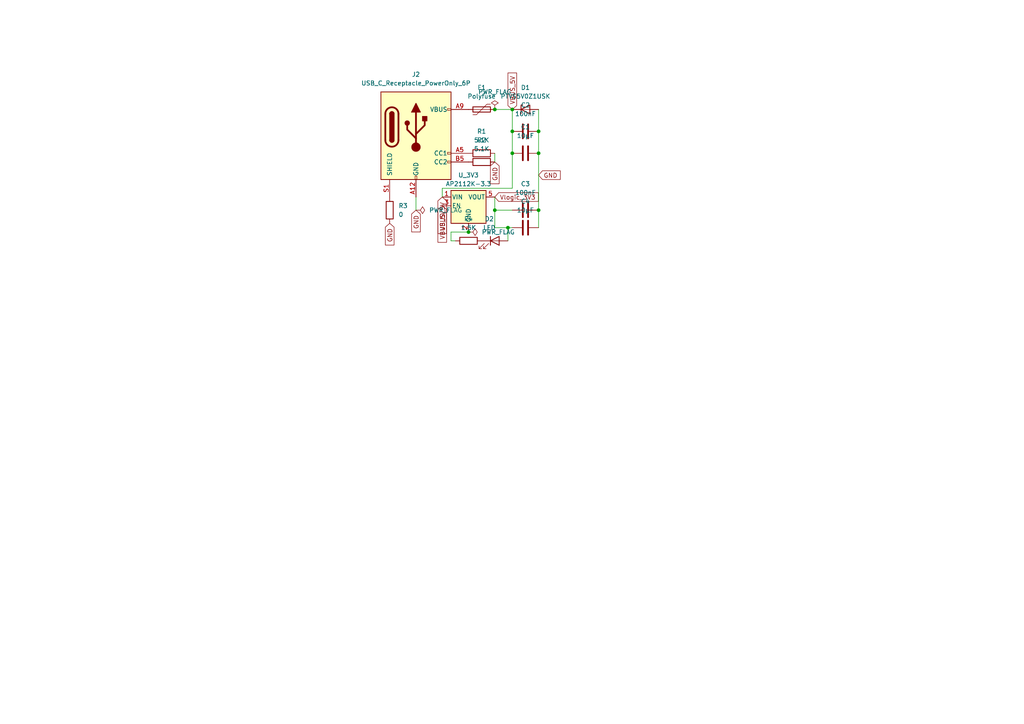
<source format=kicad_sch>
(kicad_sch
	(version 20250114)
	(generator "eeschema")
	(generator_version "9.0")
	(uuid "55b9c56d-e004-4340-bded-2861f829e8ff")
	(paper "A4")
	(lib_symbols
		(symbol "Connector:USB_C_Receptacle_PowerOnly_6P"
			(pin_names
				(offset 1.016)
			)
			(exclude_from_sim no)
			(in_bom yes)
			(on_board yes)
			(property "Reference" "J"
				(at 0 16.51 0)
				(effects
					(font
						(size 1.27 1.27)
					)
					(justify bottom)
				)
			)
			(property "Value" "USB_C_Receptacle_PowerOnly_6P"
				(at 0 13.97 0)
				(effects
					(font
						(size 1.27 1.27)
					)
					(justify bottom)
				)
			)
			(property "Footprint" ""
				(at 3.81 2.54 0)
				(effects
					(font
						(size 1.27 1.27)
					)
					(hide yes)
				)
			)
			(property "Datasheet" "https://www.usb.org/sites/default/files/documents/usb_type-c.zip"
				(at 0 0 0)
				(effects
					(font
						(size 1.27 1.27)
					)
					(hide yes)
				)
			)
			(property "Description" "USB Power-Only 6P Type-C Receptacle connector"
				(at 0 0 0)
				(effects
					(font
						(size 1.27 1.27)
					)
					(hide yes)
				)
			)
			(property "ki_keywords" "usb universal serial bus type-C power-only charging-only 6P 6C"
				(at 0 0 0)
				(effects
					(font
						(size 1.27 1.27)
					)
					(hide yes)
				)
			)
			(property "ki_fp_filters" "USB*C*Receptacle*"
				(at 0 0 0)
				(effects
					(font
						(size 1.27 1.27)
					)
					(hide yes)
				)
			)
			(symbol "USB_C_Receptacle_PowerOnly_6P_0_0"
				(rectangle
					(start -0.254 -12.7)
					(end 0.254 -11.684)
					(stroke
						(width 0)
						(type default)
					)
					(fill
						(type none)
					)
				)
				(rectangle
					(start 10.16 7.874)
					(end 9.144 7.366)
					(stroke
						(width 0)
						(type default)
					)
					(fill
						(type none)
					)
				)
				(rectangle
					(start 10.16 -4.826)
					(end 9.144 -5.334)
					(stroke
						(width 0)
						(type default)
					)
					(fill
						(type none)
					)
				)
				(rectangle
					(start 10.16 -7.366)
					(end 9.144 -7.874)
					(stroke
						(width 0)
						(type default)
					)
					(fill
						(type none)
					)
				)
			)
			(symbol "USB_C_Receptacle_PowerOnly_6P_0_1"
				(rectangle
					(start -10.16 12.7)
					(end 10.16 -12.7)
					(stroke
						(width 0.254)
						(type default)
					)
					(fill
						(type background)
					)
				)
				(polyline
					(pts
						(xy -8.89 -1.27) (xy -8.89 6.35)
					)
					(stroke
						(width 0.508)
						(type default)
					)
					(fill
						(type none)
					)
				)
				(rectangle
					(start -7.62 -1.27)
					(end -6.35 6.35)
					(stroke
						(width 0.254)
						(type default)
					)
					(fill
						(type outline)
					)
				)
				(arc
					(start -7.62 6.35)
					(mid -6.985 6.9823)
					(end -6.35 6.35)
					(stroke
						(width 0.254)
						(type default)
					)
					(fill
						(type none)
					)
				)
				(arc
					(start -7.62 6.35)
					(mid -6.985 6.9823)
					(end -6.35 6.35)
					(stroke
						(width 0.254)
						(type default)
					)
					(fill
						(type outline)
					)
				)
				(arc
					(start -8.89 6.35)
					(mid -6.985 8.2467)
					(end -5.08 6.35)
					(stroke
						(width 0.508)
						(type default)
					)
					(fill
						(type none)
					)
				)
				(arc
					(start -5.08 -1.27)
					(mid -6.985 -3.1667)
					(end -8.89 -1.27)
					(stroke
						(width 0.508)
						(type default)
					)
					(fill
						(type none)
					)
				)
				(arc
					(start -6.35 -1.27)
					(mid -6.985 -1.9023)
					(end -7.62 -1.27)
					(stroke
						(width 0.254)
						(type default)
					)
					(fill
						(type none)
					)
				)
				(arc
					(start -6.35 -1.27)
					(mid -6.985 -1.9023)
					(end -7.62 -1.27)
					(stroke
						(width 0.254)
						(type default)
					)
					(fill
						(type outline)
					)
				)
				(polyline
					(pts
						(xy -5.08 6.35) (xy -5.08 -1.27)
					)
					(stroke
						(width 0.508)
						(type default)
					)
					(fill
						(type none)
					)
				)
				(circle
					(center -2.54 3.683)
					(radius 0.635)
					(stroke
						(width 0.254)
						(type default)
					)
					(fill
						(type outline)
					)
				)
				(polyline
					(pts
						(xy -1.27 6.858) (xy 0 9.398) (xy 1.27 6.858) (xy -1.27 6.858)
					)
					(stroke
						(width 0.254)
						(type default)
					)
					(fill
						(type outline)
					)
				)
				(polyline
					(pts
						(xy 0 0.508) (xy 2.54 3.048) (xy 2.54 4.318)
					)
					(stroke
						(width 0.508)
						(type default)
					)
					(fill
						(type none)
					)
				)
				(polyline
					(pts
						(xy 0 -0.762) (xy -2.54 1.778) (xy -2.54 3.048)
					)
					(stroke
						(width 0.508)
						(type default)
					)
					(fill
						(type none)
					)
				)
				(polyline
					(pts
						(xy 0 -3.302) (xy 0 6.858)
					)
					(stroke
						(width 0.508)
						(type default)
					)
					(fill
						(type none)
					)
				)
				(circle
					(center 0 -3.302)
					(radius 1.27)
					(stroke
						(width 0)
						(type default)
					)
					(fill
						(type outline)
					)
				)
				(rectangle
					(start 1.905 4.318)
					(end 3.175 5.588)
					(stroke
						(width 0.254)
						(type default)
					)
					(fill
						(type outline)
					)
				)
			)
			(symbol "USB_C_Receptacle_PowerOnly_6P_1_1"
				(pin passive line
					(at -7.62 -17.78 90)
					(length 5.08)
					(name "SHIELD"
						(effects
							(font
								(size 1.27 1.27)
							)
						)
					)
					(number "S1"
						(effects
							(font
								(size 1.27 1.27)
							)
						)
					)
				)
				(pin passive line
					(at 0 -17.78 90)
					(length 5.08)
					(name "GND"
						(effects
							(font
								(size 1.27 1.27)
							)
						)
					)
					(number "A12"
						(effects
							(font
								(size 1.27 1.27)
							)
						)
					)
				)
				(pin passive line
					(at 0 -17.78 90)
					(length 5.08)
					(hide yes)
					(name "GND"
						(effects
							(font
								(size 1.27 1.27)
							)
						)
					)
					(number "B12"
						(effects
							(font
								(size 1.27 1.27)
							)
						)
					)
				)
				(pin passive line
					(at 15.24 7.62 180)
					(length 5.08)
					(name "VBUS"
						(effects
							(font
								(size 1.27 1.27)
							)
						)
					)
					(number "A9"
						(effects
							(font
								(size 1.27 1.27)
							)
						)
					)
				)
				(pin passive line
					(at 15.24 7.62 180)
					(length 5.08)
					(hide yes)
					(name "VBUS"
						(effects
							(font
								(size 1.27 1.27)
							)
						)
					)
					(number "B9"
						(effects
							(font
								(size 1.27 1.27)
							)
						)
					)
				)
				(pin bidirectional line
					(at 15.24 -5.08 180)
					(length 5.08)
					(name "CC1"
						(effects
							(font
								(size 1.27 1.27)
							)
						)
					)
					(number "A5"
						(effects
							(font
								(size 1.27 1.27)
							)
						)
					)
				)
				(pin bidirectional line
					(at 15.24 -7.62 180)
					(length 5.08)
					(name "CC2"
						(effects
							(font
								(size 1.27 1.27)
							)
						)
					)
					(number "B5"
						(effects
							(font
								(size 1.27 1.27)
							)
						)
					)
				)
			)
			(embedded_fonts no)
		)
		(symbol "Device:C"
			(pin_numbers
				(hide yes)
			)
			(pin_names
				(offset 0.254)
			)
			(exclude_from_sim no)
			(in_bom yes)
			(on_board yes)
			(property "Reference" "C"
				(at 0.635 2.54 0)
				(effects
					(font
						(size 1.27 1.27)
					)
					(justify left)
				)
			)
			(property "Value" "C"
				(at 0.635 -2.54 0)
				(effects
					(font
						(size 1.27 1.27)
					)
					(justify left)
				)
			)
			(property "Footprint" ""
				(at 0.9652 -3.81 0)
				(effects
					(font
						(size 1.27 1.27)
					)
					(hide yes)
				)
			)
			(property "Datasheet" "~"
				(at 0 0 0)
				(effects
					(font
						(size 1.27 1.27)
					)
					(hide yes)
				)
			)
			(property "Description" "Unpolarized capacitor"
				(at 0 0 0)
				(effects
					(font
						(size 1.27 1.27)
					)
					(hide yes)
				)
			)
			(property "ki_keywords" "cap capacitor"
				(at 0 0 0)
				(effects
					(font
						(size 1.27 1.27)
					)
					(hide yes)
				)
			)
			(property "ki_fp_filters" "C_*"
				(at 0 0 0)
				(effects
					(font
						(size 1.27 1.27)
					)
					(hide yes)
				)
			)
			(symbol "C_0_1"
				(polyline
					(pts
						(xy -2.032 0.762) (xy 2.032 0.762)
					)
					(stroke
						(width 0.508)
						(type default)
					)
					(fill
						(type none)
					)
				)
				(polyline
					(pts
						(xy -2.032 -0.762) (xy 2.032 -0.762)
					)
					(stroke
						(width 0.508)
						(type default)
					)
					(fill
						(type none)
					)
				)
			)
			(symbol "C_1_1"
				(pin passive line
					(at 0 3.81 270)
					(length 2.794)
					(name "~"
						(effects
							(font
								(size 1.27 1.27)
							)
						)
					)
					(number "1"
						(effects
							(font
								(size 1.27 1.27)
							)
						)
					)
				)
				(pin passive line
					(at 0 -3.81 90)
					(length 2.794)
					(name "~"
						(effects
							(font
								(size 1.27 1.27)
							)
						)
					)
					(number "2"
						(effects
							(font
								(size 1.27 1.27)
							)
						)
					)
				)
			)
			(embedded_fonts no)
		)
		(symbol "Device:LED"
			(pin_numbers
				(hide yes)
			)
			(pin_names
				(offset 1.016)
				(hide yes)
			)
			(exclude_from_sim no)
			(in_bom yes)
			(on_board yes)
			(property "Reference" "D"
				(at 0 2.54 0)
				(effects
					(font
						(size 1.27 1.27)
					)
				)
			)
			(property "Value" "LED"
				(at 0 -2.54 0)
				(effects
					(font
						(size 1.27 1.27)
					)
				)
			)
			(property "Footprint" ""
				(at 0 0 0)
				(effects
					(font
						(size 1.27 1.27)
					)
					(hide yes)
				)
			)
			(property "Datasheet" "~"
				(at 0 0 0)
				(effects
					(font
						(size 1.27 1.27)
					)
					(hide yes)
				)
			)
			(property "Description" "Light emitting diode"
				(at 0 0 0)
				(effects
					(font
						(size 1.27 1.27)
					)
					(hide yes)
				)
			)
			(property "Sim.Pins" "1=K 2=A"
				(at 0 0 0)
				(effects
					(font
						(size 1.27 1.27)
					)
					(hide yes)
				)
			)
			(property "ki_keywords" "LED diode"
				(at 0 0 0)
				(effects
					(font
						(size 1.27 1.27)
					)
					(hide yes)
				)
			)
			(property "ki_fp_filters" "LED* LED_SMD:* LED_THT:*"
				(at 0 0 0)
				(effects
					(font
						(size 1.27 1.27)
					)
					(hide yes)
				)
			)
			(symbol "LED_0_1"
				(polyline
					(pts
						(xy -3.048 -0.762) (xy -4.572 -2.286) (xy -3.81 -2.286) (xy -4.572 -2.286) (xy -4.572 -1.524)
					)
					(stroke
						(width 0)
						(type default)
					)
					(fill
						(type none)
					)
				)
				(polyline
					(pts
						(xy -1.778 -0.762) (xy -3.302 -2.286) (xy -2.54 -2.286) (xy -3.302 -2.286) (xy -3.302 -1.524)
					)
					(stroke
						(width 0)
						(type default)
					)
					(fill
						(type none)
					)
				)
				(polyline
					(pts
						(xy -1.27 0) (xy 1.27 0)
					)
					(stroke
						(width 0)
						(type default)
					)
					(fill
						(type none)
					)
				)
				(polyline
					(pts
						(xy -1.27 -1.27) (xy -1.27 1.27)
					)
					(stroke
						(width 0.254)
						(type default)
					)
					(fill
						(type none)
					)
				)
				(polyline
					(pts
						(xy 1.27 -1.27) (xy 1.27 1.27) (xy -1.27 0) (xy 1.27 -1.27)
					)
					(stroke
						(width 0.254)
						(type default)
					)
					(fill
						(type none)
					)
				)
			)
			(symbol "LED_1_1"
				(pin passive line
					(at -3.81 0 0)
					(length 2.54)
					(name "K"
						(effects
							(font
								(size 1.27 1.27)
							)
						)
					)
					(number "1"
						(effects
							(font
								(size 1.27 1.27)
							)
						)
					)
				)
				(pin passive line
					(at 3.81 0 180)
					(length 2.54)
					(name "A"
						(effects
							(font
								(size 1.27 1.27)
							)
						)
					)
					(number "2"
						(effects
							(font
								(size 1.27 1.27)
							)
						)
					)
				)
			)
			(embedded_fonts no)
		)
		(symbol "Device:Polyfuse"
			(pin_numbers
				(hide yes)
			)
			(pin_names
				(offset 0)
			)
			(exclude_from_sim no)
			(in_bom yes)
			(on_board yes)
			(property "Reference" "F"
				(at -2.54 0 90)
				(effects
					(font
						(size 1.27 1.27)
					)
				)
			)
			(property "Value" "Polyfuse"
				(at 2.54 0 90)
				(effects
					(font
						(size 1.27 1.27)
					)
				)
			)
			(property "Footprint" ""
				(at 1.27 -5.08 0)
				(effects
					(font
						(size 1.27 1.27)
					)
					(justify left)
					(hide yes)
				)
			)
			(property "Datasheet" "~"
				(at 0 0 0)
				(effects
					(font
						(size 1.27 1.27)
					)
					(hide yes)
				)
			)
			(property "Description" "Resettable fuse, polymeric positive temperature coefficient"
				(at 0 0 0)
				(effects
					(font
						(size 1.27 1.27)
					)
					(hide yes)
				)
			)
			(property "ki_keywords" "resettable fuse PTC PPTC polyfuse polyswitch"
				(at 0 0 0)
				(effects
					(font
						(size 1.27 1.27)
					)
					(hide yes)
				)
			)
			(property "ki_fp_filters" "*polyfuse* *PTC*"
				(at 0 0 0)
				(effects
					(font
						(size 1.27 1.27)
					)
					(hide yes)
				)
			)
			(symbol "Polyfuse_0_1"
				(polyline
					(pts
						(xy -1.524 2.54) (xy -1.524 1.524) (xy 1.524 -1.524) (xy 1.524 -2.54)
					)
					(stroke
						(width 0)
						(type default)
					)
					(fill
						(type none)
					)
				)
				(rectangle
					(start -0.762 2.54)
					(end 0.762 -2.54)
					(stroke
						(width 0.254)
						(type default)
					)
					(fill
						(type none)
					)
				)
				(polyline
					(pts
						(xy 0 2.54) (xy 0 -2.54)
					)
					(stroke
						(width 0)
						(type default)
					)
					(fill
						(type none)
					)
				)
			)
			(symbol "Polyfuse_1_1"
				(pin passive line
					(at 0 3.81 270)
					(length 1.27)
					(name "~"
						(effects
							(font
								(size 1.27 1.27)
							)
						)
					)
					(number "1"
						(effects
							(font
								(size 1.27 1.27)
							)
						)
					)
				)
				(pin passive line
					(at 0 -3.81 90)
					(length 1.27)
					(name "~"
						(effects
							(font
								(size 1.27 1.27)
							)
						)
					)
					(number "2"
						(effects
							(font
								(size 1.27 1.27)
							)
						)
					)
				)
			)
			(embedded_fonts no)
		)
		(symbol "Device:R"
			(pin_numbers
				(hide yes)
			)
			(pin_names
				(offset 0)
			)
			(exclude_from_sim no)
			(in_bom yes)
			(on_board yes)
			(property "Reference" "R"
				(at 2.032 0 90)
				(effects
					(font
						(size 1.27 1.27)
					)
				)
			)
			(property "Value" "R"
				(at 0 0 90)
				(effects
					(font
						(size 1.27 1.27)
					)
				)
			)
			(property "Footprint" ""
				(at -1.778 0 90)
				(effects
					(font
						(size 1.27 1.27)
					)
					(hide yes)
				)
			)
			(property "Datasheet" "~"
				(at 0 0 0)
				(effects
					(font
						(size 1.27 1.27)
					)
					(hide yes)
				)
			)
			(property "Description" "Resistor"
				(at 0 0 0)
				(effects
					(font
						(size 1.27 1.27)
					)
					(hide yes)
				)
			)
			(property "ki_keywords" "R res resistor"
				(at 0 0 0)
				(effects
					(font
						(size 1.27 1.27)
					)
					(hide yes)
				)
			)
			(property "ki_fp_filters" "R_*"
				(at 0 0 0)
				(effects
					(font
						(size 1.27 1.27)
					)
					(hide yes)
				)
			)
			(symbol "R_0_1"
				(rectangle
					(start -1.016 -2.54)
					(end 1.016 2.54)
					(stroke
						(width 0.254)
						(type default)
					)
					(fill
						(type none)
					)
				)
			)
			(symbol "R_1_1"
				(pin passive line
					(at 0 3.81 270)
					(length 1.27)
					(name "~"
						(effects
							(font
								(size 1.27 1.27)
							)
						)
					)
					(number "1"
						(effects
							(font
								(size 1.27 1.27)
							)
						)
					)
				)
				(pin passive line
					(at 0 -3.81 90)
					(length 1.27)
					(name "~"
						(effects
							(font
								(size 1.27 1.27)
							)
						)
					)
					(number "2"
						(effects
							(font
								(size 1.27 1.27)
							)
						)
					)
				)
			)
			(embedded_fonts no)
		)
		(symbol "Diode:PTVS5V0Z1USK"
			(pin_numbers
				(hide yes)
			)
			(pin_names
				(hide yes)
			)
			(exclude_from_sim no)
			(in_bom yes)
			(on_board yes)
			(property "Reference" "D"
				(at 0 2.54 0)
				(effects
					(font
						(size 1.27 1.27)
					)
				)
			)
			(property "Value" "PTVS5V0Z1USK"
				(at 0 -2.54 0)
				(effects
					(font
						(size 1.27 1.27)
					)
				)
			)
			(property "Footprint" "Diode_SMD:Nexperia_DSN1608-2_1.6x0.8mm"
				(at 0 -4.445 0)
				(effects
					(font
						(size 1.27 1.27)
					)
					(hide yes)
				)
			)
			(property "Datasheet" "https://assets.nexperia.com/documents/data-sheet/PTVS5V0Z1USK.pdf"
				(at 0 0 0)
				(effects
					(font
						(size 1.27 1.27)
					)
					(hide yes)
				)
			)
			(property "Description" "5V, 1200W TVS unidirectional diode, DSN1608-2"
				(at 0 0 0)
				(effects
					(font
						(size 1.27 1.27)
					)
					(hide yes)
				)
			)
			(property "ki_keywords" "TVS diode"
				(at 0 0 0)
				(effects
					(font
						(size 1.27 1.27)
					)
					(hide yes)
				)
			)
			(property "ki_fp_filters" "*DSN1608?2*"
				(at 0 0 0)
				(effects
					(font
						(size 1.27 1.27)
					)
					(hide yes)
				)
			)
			(symbol "PTVS5V0Z1USK_0_1"
				(polyline
					(pts
						(xy -1.27 -1.27) (xy -1.27 1.27) (xy -0.762 1.27)
					)
					(stroke
						(width 0.254)
						(type default)
					)
					(fill
						(type none)
					)
				)
				(polyline
					(pts
						(xy 1.27 0) (xy -1.27 0)
					)
					(stroke
						(width 0)
						(type default)
					)
					(fill
						(type none)
					)
				)
				(polyline
					(pts
						(xy 1.27 -1.27) (xy 1.27 1.27) (xy -1.27 0) (xy 1.27 -1.27)
					)
					(stroke
						(width 0.254)
						(type default)
					)
					(fill
						(type none)
					)
				)
			)
			(symbol "PTVS5V0Z1USK_1_1"
				(pin passive line
					(at -3.81 0 0)
					(length 2.54)
					(name "K"
						(effects
							(font
								(size 1.27 1.27)
							)
						)
					)
					(number "1"
						(effects
							(font
								(size 1.27 1.27)
							)
						)
					)
				)
				(pin passive line
					(at 3.81 0 180)
					(length 2.54)
					(name "A"
						(effects
							(font
								(size 1.27 1.27)
							)
						)
					)
					(number "2"
						(effects
							(font
								(size 1.27 1.27)
							)
						)
					)
				)
			)
			(embedded_fonts no)
		)
		(symbol "Regulator_Linear:AP2112K-3.3"
			(pin_names
				(offset 0.254)
			)
			(exclude_from_sim no)
			(in_bom yes)
			(on_board yes)
			(property "Reference" "U"
				(at -5.08 5.715 0)
				(effects
					(font
						(size 1.27 1.27)
					)
					(justify left)
				)
			)
			(property "Value" "AP2112K-3.3"
				(at 0 5.715 0)
				(effects
					(font
						(size 1.27 1.27)
					)
					(justify left)
				)
			)
			(property "Footprint" "Package_TO_SOT_SMD:SOT-23-5"
				(at 0 8.255 0)
				(effects
					(font
						(size 1.27 1.27)
					)
					(hide yes)
				)
			)
			(property "Datasheet" "https://www.diodes.com/assets/Datasheets/AP2112.pdf"
				(at 0 2.54 0)
				(effects
					(font
						(size 1.27 1.27)
					)
					(hide yes)
				)
			)
			(property "Description" "600mA low dropout linear regulator, with enable pin, 3.8V-6V input voltage range, 3.3V fixed positive output, SOT-23-5"
				(at 0 0 0)
				(effects
					(font
						(size 1.27 1.27)
					)
					(hide yes)
				)
			)
			(property "ki_keywords" "linear regulator ldo fixed positive"
				(at 0 0 0)
				(effects
					(font
						(size 1.27 1.27)
					)
					(hide yes)
				)
			)
			(property "ki_fp_filters" "SOT?23?5*"
				(at 0 0 0)
				(effects
					(font
						(size 1.27 1.27)
					)
					(hide yes)
				)
			)
			(symbol "AP2112K-3.3_0_1"
				(rectangle
					(start -5.08 4.445)
					(end 5.08 -5.08)
					(stroke
						(width 0.254)
						(type default)
					)
					(fill
						(type background)
					)
				)
			)
			(symbol "AP2112K-3.3_1_1"
				(pin power_in line
					(at -7.62 2.54 0)
					(length 2.54)
					(name "VIN"
						(effects
							(font
								(size 1.27 1.27)
							)
						)
					)
					(number "1"
						(effects
							(font
								(size 1.27 1.27)
							)
						)
					)
				)
				(pin input line
					(at -7.62 0 0)
					(length 2.54)
					(name "EN"
						(effects
							(font
								(size 1.27 1.27)
							)
						)
					)
					(number "3"
						(effects
							(font
								(size 1.27 1.27)
							)
						)
					)
				)
				(pin power_in line
					(at 0 -7.62 90)
					(length 2.54)
					(name "GND"
						(effects
							(font
								(size 1.27 1.27)
							)
						)
					)
					(number "2"
						(effects
							(font
								(size 1.27 1.27)
							)
						)
					)
				)
				(pin no_connect line
					(at 5.08 0 180)
					(length 2.54)
					(hide yes)
					(name "NC"
						(effects
							(font
								(size 1.27 1.27)
							)
						)
					)
					(number "4"
						(effects
							(font
								(size 1.27 1.27)
							)
						)
					)
				)
				(pin power_out line
					(at 7.62 2.54 180)
					(length 2.54)
					(name "VOUT"
						(effects
							(font
								(size 1.27 1.27)
							)
						)
					)
					(number "5"
						(effects
							(font
								(size 1.27 1.27)
							)
						)
					)
				)
			)
			(embedded_fonts no)
		)
		(symbol "power:PWR_FLAG"
			(power)
			(pin_numbers
				(hide yes)
			)
			(pin_names
				(offset 0)
				(hide yes)
			)
			(exclude_from_sim no)
			(in_bom yes)
			(on_board yes)
			(property "Reference" "#FLG"
				(at 0 1.905 0)
				(effects
					(font
						(size 1.27 1.27)
					)
					(hide yes)
				)
			)
			(property "Value" "PWR_FLAG"
				(at 0 3.81 0)
				(effects
					(font
						(size 1.27 1.27)
					)
				)
			)
			(property "Footprint" ""
				(at 0 0 0)
				(effects
					(font
						(size 1.27 1.27)
					)
					(hide yes)
				)
			)
			(property "Datasheet" "~"
				(at 0 0 0)
				(effects
					(font
						(size 1.27 1.27)
					)
					(hide yes)
				)
			)
			(property "Description" "Special symbol for telling ERC where power comes from"
				(at 0 0 0)
				(effects
					(font
						(size 1.27 1.27)
					)
					(hide yes)
				)
			)
			(property "ki_keywords" "flag power"
				(at 0 0 0)
				(effects
					(font
						(size 1.27 1.27)
					)
					(hide yes)
				)
			)
			(symbol "PWR_FLAG_0_0"
				(pin power_out line
					(at 0 0 90)
					(length 0)
					(name "~"
						(effects
							(font
								(size 1.27 1.27)
							)
						)
					)
					(number "1"
						(effects
							(font
								(size 1.27 1.27)
							)
						)
					)
				)
			)
			(symbol "PWR_FLAG_0_1"
				(polyline
					(pts
						(xy 0 0) (xy 0 1.27) (xy -1.016 1.905) (xy 0 2.54) (xy 1.016 1.905) (xy 0 1.27)
					)
					(stroke
						(width 0)
						(type default)
					)
					(fill
						(type none)
					)
				)
			)
			(embedded_fonts no)
		)
	)
	(junction
		(at 143.51 31.75)
		(diameter 0)
		(color 0 0 0 0)
		(uuid "1fc6f865-055c-4420-835e-1f69f932c9c6")
	)
	(junction
		(at 148.59 38.1)
		(diameter 0)
		(color 0 0 0 0)
		(uuid "4b1a53f0-25a8-4124-ad5b-4b264194853a")
	)
	(junction
		(at 143.51 60.96)
		(diameter 0)
		(color 0 0 0 0)
		(uuid "69ebda8a-31c7-4e39-9913-5558d1229226")
	)
	(junction
		(at 147.32 66.04)
		(diameter 0)
		(color 0 0 0 0)
		(uuid "7f6810ce-63db-46ea-a83e-14295f079cea")
	)
	(junction
		(at 156.21 60.96)
		(diameter 0)
		(color 0 0 0 0)
		(uuid "83edc29c-0233-438b-a50b-d79ade1d8d3e")
	)
	(junction
		(at 148.59 44.45)
		(diameter 0)
		(color 0 0 0 0)
		(uuid "95744cd1-26c1-46cf-af76-34ae3c8bf2fa")
	)
	(junction
		(at 148.59 31.75)
		(diameter 0)
		(color 0 0 0 0)
		(uuid "aa723b50-d31f-4a07-b519-d5ff15bee0dc")
	)
	(junction
		(at 135.89 67.31)
		(diameter 0)
		(color 0 0 0 0)
		(uuid "c50cc04e-a643-4951-a3a3-1aa827811031")
	)
	(junction
		(at 156.21 38.1)
		(diameter 0)
		(color 0 0 0 0)
		(uuid "d64a3897-08c3-45c1-b3ea-40fefda0d3b7")
	)
	(junction
		(at 156.21 44.45)
		(diameter 0)
		(color 0 0 0 0)
		(uuid "de677482-b6c1-4e66-884d-bb2860500705")
	)
	(wire
		(pts
			(xy 130.81 69.85) (xy 132.08 69.85)
		)
		(stroke
			(width 0)
			(type default)
		)
		(uuid "0b676378-1e08-48f9-864a-a17701f4ad44")
	)
	(wire
		(pts
			(xy 156.21 38.1) (xy 156.21 44.45)
		)
		(stroke
			(width 0)
			(type default)
		)
		(uuid "1de39475-3c55-4ef3-81ae-46416ce91fbf")
	)
	(wire
		(pts
			(xy 148.59 31.75) (xy 148.59 38.1)
		)
		(stroke
			(width 0)
			(type default)
		)
		(uuid "212b2763-5eb3-47e4-b815-b25d2cde6639")
	)
	(wire
		(pts
			(xy 156.21 31.75) (xy 156.21 38.1)
		)
		(stroke
			(width 0)
			(type default)
		)
		(uuid "28b2d44d-4310-4938-b5ac-52c2d051c5e5")
	)
	(wire
		(pts
			(xy 147.32 66.04) (xy 147.32 69.85)
		)
		(stroke
			(width 0)
			(type default)
		)
		(uuid "395a6761-1edd-4072-8032-8fc0cb265722")
	)
	(wire
		(pts
			(xy 143.51 31.75) (xy 148.59 31.75)
		)
		(stroke
			(width 0)
			(type default)
		)
		(uuid "4a3d23fe-5fc8-446a-99d4-6bc5a509937d")
	)
	(wire
		(pts
			(xy 130.81 67.31) (xy 130.81 69.85)
		)
		(stroke
			(width 0)
			(type default)
		)
		(uuid "5f1ea4d3-c60f-4a0d-9f57-4dc2645c68e6")
	)
	(wire
		(pts
			(xy 130.81 67.31) (xy 135.89 67.31)
		)
		(stroke
			(width 0)
			(type default)
		)
		(uuid "640e5590-0594-447a-914c-e9d0af69cbd8")
	)
	(wire
		(pts
			(xy 143.51 60.96) (xy 148.59 60.96)
		)
		(stroke
			(width 0)
			(type default)
		)
		(uuid "6c7ea1bb-6ad6-40fd-bb8b-2c74d6c331cb")
	)
	(wire
		(pts
			(xy 148.59 38.1) (xy 148.59 44.45)
		)
		(stroke
			(width 0)
			(type default)
		)
		(uuid "708a1c2b-bb85-42cf-87fa-a5497d34d997")
	)
	(wire
		(pts
			(xy 148.59 54.61) (xy 128.27 54.61)
		)
		(stroke
			(width 0)
			(type default)
		)
		(uuid "7a852a5a-eff2-41b4-8c29-1596d20f9784")
	)
	(wire
		(pts
			(xy 148.59 44.45) (xy 148.59 54.61)
		)
		(stroke
			(width 0)
			(type default)
		)
		(uuid "89fb6ca0-31a6-455e-806d-078025c8d06a")
	)
	(wire
		(pts
			(xy 143.51 57.15) (xy 143.51 60.96)
		)
		(stroke
			(width 0)
			(type default)
		)
		(uuid "9811616b-80ff-4f43-b306-3ba0e384b426")
	)
	(wire
		(pts
			(xy 120.65 60.96) (xy 120.65 57.15)
		)
		(stroke
			(width 0)
			(type default)
		)
		(uuid "9e2b9d94-264f-4b81-ab5c-0a24966c536f")
	)
	(wire
		(pts
			(xy 147.32 66.04) (xy 148.59 66.04)
		)
		(stroke
			(width 0)
			(type default)
		)
		(uuid "aa13c056-0da3-4eae-9b71-11dc3d94dc7f")
	)
	(wire
		(pts
			(xy 156.21 66.04) (xy 156.21 60.96)
		)
		(stroke
			(width 0)
			(type default)
		)
		(uuid "bdb62252-24d3-4be7-bee8-64ea55793611")
	)
	(wire
		(pts
			(xy 143.51 44.45) (xy 143.51 46.99)
		)
		(stroke
			(width 0)
			(type default)
		)
		(uuid "c4f2bc3c-25df-4af7-8d37-4f741ec961b3")
	)
	(wire
		(pts
			(xy 147.32 66.04) (xy 143.51 66.04)
		)
		(stroke
			(width 0)
			(type default)
		)
		(uuid "ce38a8f6-c1ea-48ae-a7b8-db4cab4c4c8f")
	)
	(wire
		(pts
			(xy 156.21 44.45) (xy 156.21 60.96)
		)
		(stroke
			(width 0)
			(type default)
		)
		(uuid "e26cc909-e31a-48ce-a5e1-1b4201353d55")
	)
	(wire
		(pts
			(xy 143.51 60.96) (xy 143.51 66.04)
		)
		(stroke
			(width 0)
			(type default)
		)
		(uuid "e4e1cabe-34ed-4692-bb25-42e3cc6cf9ed")
	)
	(wire
		(pts
			(xy 128.27 54.61) (xy 128.27 57.15)
		)
		(stroke
			(width 0)
			(type default)
		)
		(uuid "f8cbf9ce-f7cf-47b0-aae6-c0bcdb3a6bb5")
	)
	(global_label "GND"
		(shape input)
		(at 120.65 60.96 270)
		(fields_autoplaced yes)
		(effects
			(font
				(size 1.27 1.27)
			)
			(justify right)
		)
		(uuid "1ecf2036-95e7-4ed0-8516-6a9a0dd72017")
		(property "Intersheetrefs" "${INTERSHEET_REFS}"
			(at 120.65 67.8157 90)
			(effects
				(font
					(size 1.27 1.27)
				)
				(justify right)
				(hide yes)
			)
		)
	)
	(global_label "VBUS_5V"
		(shape input)
		(at 128.27 57.15 270)
		(fields_autoplaced yes)
		(effects
			(font
				(size 1.27 1.27)
			)
			(justify right)
		)
		(uuid "36dff2cc-9659-464c-909b-54836e123d67")
		(property "Intersheetrefs" "${INTERSHEET_REFS}"
			(at 128.27 68.2995 90)
			(effects
				(font
					(size 1.27 1.27)
				)
				(justify right)
				(hide yes)
			)
		)
	)
	(global_label "GND"
		(shape input)
		(at 143.51 46.99 270)
		(fields_autoplaced yes)
		(effects
			(font
				(size 1.27 1.27)
			)
			(justify right)
		)
		(uuid "38670476-72c9-49f2-9918-70141f119f4c")
		(property "Intersheetrefs" "${INTERSHEET_REFS}"
			(at 143.51 53.8457 90)
			(effects
				(font
					(size 1.27 1.27)
				)
				(justify right)
				(hide yes)
			)
		)
	)
	(global_label "GND"
		(shape input)
		(at 113.03 64.77 270)
		(fields_autoplaced yes)
		(effects
			(font
				(size 1.27 1.27)
			)
			(justify right)
		)
		(uuid "5730d6ab-862d-464a-9bf2-4ab9b96b03d3")
		(property "Intersheetrefs" "${INTERSHEET_REFS}"
			(at 113.03 71.6257 90)
			(effects
				(font
					(size 1.27 1.27)
				)
				(justify right)
				(hide yes)
			)
		)
	)
	(global_label "VBUS_5V"
		(shape input)
		(at 128.27 59.69 270)
		(fields_autoplaced yes)
		(effects
			(font
				(size 1.27 1.27)
			)
			(justify right)
		)
		(uuid "876c97de-cf5b-4f0b-b40d-5440c14f6db8")
		(property "Intersheetrefs" "${INTERSHEET_REFS}"
			(at 128.27 70.8395 90)
			(effects
				(font
					(size 1.27 1.27)
				)
				(justify right)
				(hide yes)
			)
		)
	)
	(global_label "Vlogic_3V3"
		(shape input)
		(at 143.51 57.15 0)
		(fields_autoplaced yes)
		(effects
			(font
				(size 1.27 1.27)
			)
			(justify left)
		)
		(uuid "9a6e2d67-0dab-46ef-bc39-002bcd91563b")
		(property "Intersheetrefs" "${INTERSHEET_REFS}"
			(at 156.7156 57.15 0)
			(effects
				(font
					(size 1.27 1.27)
				)
				(justify left)
				(hide yes)
			)
		)
	)
	(global_label "VBUS_5V"
		(shape input)
		(at 148.59 31.75 90)
		(fields_autoplaced yes)
		(effects
			(font
				(size 1.27 1.27)
			)
			(justify left)
		)
		(uuid "9c4f7324-fe1e-4e46-876f-67498984a554")
		(property "Intersheetrefs" "${INTERSHEET_REFS}"
			(at 148.59 20.6005 90)
			(effects
				(font
					(size 1.27 1.27)
				)
				(justify left)
				(hide yes)
			)
		)
	)
	(global_label "GND"
		(shape input)
		(at 156.21 50.8 0)
		(fields_autoplaced yes)
		(effects
			(font
				(size 1.27 1.27)
			)
			(justify left)
		)
		(uuid "c5a9eb3c-1289-4dab-ae3b-9677ffa39bca")
		(property "Intersheetrefs" "${INTERSHEET_REFS}"
			(at 163.0657 50.8 0)
			(effects
				(font
					(size 1.27 1.27)
				)
				(justify left)
				(hide yes)
			)
		)
	)
	(symbol
		(lib_id "power:PWR_FLAG")
		(at 143.51 31.75 0)
		(unit 1)
		(exclude_from_sim no)
		(in_bom yes)
		(on_board yes)
		(dnp no)
		(fields_autoplaced yes)
		(uuid "0d093312-b13a-4dfa-ae70-c931afd13ee1")
		(property "Reference" "#FLG01"
			(at 143.51 29.845 0)
			(effects
				(font
					(size 1.27 1.27)
				)
				(hide yes)
			)
		)
		(property "Value" "PWR_FLAG"
			(at 143.51 26.67 0)
			(effects
				(font
					(size 1.27 1.27)
				)
			)
		)
		(property "Footprint" ""
			(at 143.51 31.75 0)
			(effects
				(font
					(size 1.27 1.27)
				)
				(hide yes)
			)
		)
		(property "Datasheet" "~"
			(at 143.51 31.75 0)
			(effects
				(font
					(size 1.27 1.27)
				)
				(hide yes)
			)
		)
		(property "Description" "Special symbol for telling ERC where power comes from"
			(at 143.51 31.75 0)
			(effects
				(font
					(size 1.27 1.27)
				)
				(hide yes)
			)
		)
		(pin "1"
			(uuid "1376752c-3bbf-4e94-9b2a-fe5fa017467b")
		)
		(instances
			(project ""
				(path "/c8d0e3cf-b697-430c-b4f3-c5285558b4ca/a3d1f251-0cce-4493-9b12-767abad6ca7c"
					(reference "#FLG01")
					(unit 1)
				)
			)
		)
	)
	(symbol
		(lib_id "power:PWR_FLAG")
		(at 135.89 67.31 270)
		(unit 1)
		(exclude_from_sim no)
		(in_bom yes)
		(on_board yes)
		(dnp no)
		(fields_autoplaced yes)
		(uuid "0d35a22f-ec0e-4495-b292-6eb291fdd7e9")
		(property "Reference" "#FLG03"
			(at 137.795 67.31 0)
			(effects
				(font
					(size 1.27 1.27)
				)
				(hide yes)
			)
		)
		(property "Value" "PWR_FLAG"
			(at 139.7 67.3099 90)
			(effects
				(font
					(size 1.27 1.27)
				)
				(justify left)
			)
		)
		(property "Footprint" ""
			(at 135.89 67.31 0)
			(effects
				(font
					(size 1.27 1.27)
				)
				(hide yes)
			)
		)
		(property "Datasheet" "~"
			(at 135.89 67.31 0)
			(effects
				(font
					(size 1.27 1.27)
				)
				(hide yes)
			)
		)
		(property "Description" "Special symbol for telling ERC where power comes from"
			(at 135.89 67.31 0)
			(effects
				(font
					(size 1.27 1.27)
				)
				(hide yes)
			)
		)
		(pin "1"
			(uuid "e5fa9789-35fa-4755-9443-4f9035234595")
		)
		(instances
			(project ""
				(path "/c8d0e3cf-b697-430c-b4f3-c5285558b4ca/a3d1f251-0cce-4493-9b12-767abad6ca7c"
					(reference "#FLG03")
					(unit 1)
				)
			)
		)
	)
	(symbol
		(lib_id "Diode:PTVS5V0Z1USK")
		(at 152.4 31.75 0)
		(unit 1)
		(exclude_from_sim no)
		(in_bom yes)
		(on_board yes)
		(dnp no)
		(fields_autoplaced yes)
		(uuid "0fcf0ab0-1c0e-4a3b-80b4-e4c3acbcac16")
		(property "Reference" "D1"
			(at 152.4 25.4 0)
			(effects
				(font
					(size 1.27 1.27)
				)
			)
		)
		(property "Value" "PTVS5V0Z1USK"
			(at 152.4 27.94 0)
			(effects
				(font
					(size 1.27 1.27)
				)
			)
		)
		(property "Footprint" "Diode_SMD:Nexperia_DSN1608-2_1.6x0.8mm"
			(at 152.4 36.195 0)
			(effects
				(font
					(size 1.27 1.27)
				)
				(hide yes)
			)
		)
		(property "Datasheet" "https://assets.nexperia.com/documents/data-sheet/PTVS5V0Z1USK.pdf"
			(at 152.4 31.75 0)
			(effects
				(font
					(size 1.27 1.27)
				)
				(hide yes)
			)
		)
		(property "Description" "5V, 1200W TVS unidirectional diode, DSN1608-2"
			(at 152.4 31.75 0)
			(effects
				(font
					(size 1.27 1.27)
				)
				(hide yes)
			)
		)
		(pin "1"
			(uuid "5708d101-d0cb-4df4-8d82-a32f584dafd5")
		)
		(pin "2"
			(uuid "73f1aa89-2a59-41e0-8531-58d314c1caf1")
		)
		(instances
			(project ""
				(path "/c8d0e3cf-b697-430c-b4f3-c5285558b4ca/a3d1f251-0cce-4493-9b12-767abad6ca7c"
					(reference "D1")
					(unit 1)
				)
			)
		)
	)
	(symbol
		(lib_id "Device:C")
		(at 152.4 66.04 90)
		(unit 1)
		(exclude_from_sim no)
		(in_bom yes)
		(on_board yes)
		(dnp no)
		(fields_autoplaced yes)
		(uuid "11be4a40-7ecb-47ff-bc4e-f14d0586709c")
		(property "Reference" "C4"
			(at 152.4 58.42 90)
			(effects
				(font
					(size 1.27 1.27)
				)
			)
		)
		(property "Value" "10μF"
			(at 152.4 60.96 90)
			(effects
				(font
					(size 1.27 1.27)
				)
			)
		)
		(property "Footprint" "Capacitor_SMD:C_0805_2012Metric"
			(at 156.21 65.0748 0)
			(effects
				(font
					(size 1.27 1.27)
				)
				(hide yes)
			)
		)
		(property "Datasheet" "~"
			(at 152.4 66.04 0)
			(effects
				(font
					(size 1.27 1.27)
				)
				(hide yes)
			)
		)
		(property "Description" "Unpolarized capacitor"
			(at 152.4 66.04 0)
			(effects
				(font
					(size 1.27 1.27)
				)
				(hide yes)
			)
		)
		(pin "1"
			(uuid "287f7430-9c52-4575-b604-daf8b5cac0a5")
		)
		(pin "2"
			(uuid "12681869-8519-4c5b-8eb8-a69cecd99b2d")
		)
		(instances
			(project ""
				(path "/c8d0e3cf-b697-430c-b4f3-c5285558b4ca/a3d1f251-0cce-4493-9b12-767abad6ca7c"
					(reference "C4")
					(unit 1)
				)
			)
		)
	)
	(symbol
		(lib_id "Device:R")
		(at 135.89 69.85 90)
		(unit 1)
		(exclude_from_sim no)
		(in_bom yes)
		(on_board yes)
		(dnp no)
		(fields_autoplaced yes)
		(uuid "1657fb19-e05f-4dd6-98f9-e1b5db9fcc74")
		(property "Reference" "R4"
			(at 135.89 63.5 90)
			(effects
				(font
					(size 1.27 1.27)
				)
			)
		)
		(property "Value" "1.5K"
			(at 135.89 66.04 90)
			(effects
				(font
					(size 1.27 1.27)
				)
			)
		)
		(property "Footprint" "Resistor_SMD:R_0805_2012Metric"
			(at 135.89 71.628 90)
			(effects
				(font
					(size 1.27 1.27)
				)
				(hide yes)
			)
		)
		(property "Datasheet" "~"
			(at 135.89 69.85 0)
			(effects
				(font
					(size 1.27 1.27)
				)
				(hide yes)
			)
		)
		(property "Description" "Resistor"
			(at 135.89 69.85 0)
			(effects
				(font
					(size 1.27 1.27)
				)
				(hide yes)
			)
		)
		(pin "1"
			(uuid "f763de4f-08b0-4719-ad83-21e2bf44e7a3")
		)
		(pin "2"
			(uuid "3d65937a-1a25-440a-baef-b294eaef0063")
		)
		(instances
			(project ""
				(path "/c8d0e3cf-b697-430c-b4f3-c5285558b4ca/a3d1f251-0cce-4493-9b12-767abad6ca7c"
					(reference "R4")
					(unit 1)
				)
			)
		)
	)
	(symbol
		(lib_id "Regulator_Linear:AP2112K-3.3")
		(at 135.89 59.69 0)
		(unit 1)
		(exclude_from_sim no)
		(in_bom yes)
		(on_board yes)
		(dnp no)
		(fields_autoplaced yes)
		(uuid "17356506-5d21-47d6-8e9e-1bfa17aeeee5")
		(property "Reference" "U_3V3"
			(at 135.89 50.8 0)
			(effects
				(font
					(size 1.27 1.27)
				)
			)
		)
		(property "Value" "AP2112K-3.3"
			(at 135.89 53.34 0)
			(effects
				(font
					(size 1.27 1.27)
				)
			)
		)
		(property "Footprint" "Package_TO_SOT_SMD:SOT-23-5"
			(at 135.89 51.435 0)
			(effects
				(font
					(size 1.27 1.27)
				)
				(hide yes)
			)
		)
		(property "Datasheet" "https://www.diodes.com/assets/Datasheets/AP2112.pdf"
			(at 135.89 57.15 0)
			(effects
				(font
					(size 1.27 1.27)
				)
				(hide yes)
			)
		)
		(property "Description" "600mA low dropout linear regulator, with enable pin, 3.8V-6V input voltage range, 3.3V fixed positive output, SOT-23-5"
			(at 135.89 59.69 0)
			(effects
				(font
					(size 1.27 1.27)
				)
				(hide yes)
			)
		)
		(pin "1"
			(uuid "d355b5db-a26a-498a-a006-6917f17f4957")
		)
		(pin "5"
			(uuid "c30e1205-0d9d-48f0-9eb7-d7156d267880")
		)
		(pin "4"
			(uuid "26908ff5-7bdc-45b8-9815-98013d2be315")
		)
		(pin "3"
			(uuid "0e552369-dae2-4d8a-b107-ffd6f910f2eb")
		)
		(pin "2"
			(uuid "828734e0-92e3-43c1-af3a-27de51dbe292")
		)
		(instances
			(project ""
				(path "/c8d0e3cf-b697-430c-b4f3-c5285558b4ca/a3d1f251-0cce-4493-9b12-767abad6ca7c"
					(reference "U_3V3")
					(unit 1)
				)
			)
		)
	)
	(symbol
		(lib_id "Device:R")
		(at 113.03 60.96 0)
		(unit 1)
		(exclude_from_sim no)
		(in_bom yes)
		(on_board yes)
		(dnp no)
		(fields_autoplaced yes)
		(uuid "23b36e48-d871-4e4e-b913-bc2b3dd0e02b")
		(property "Reference" "R3"
			(at 115.57 59.6899 0)
			(effects
				(font
					(size 1.27 1.27)
				)
				(justify left)
			)
		)
		(property "Value" "0"
			(at 115.57 62.2299 0)
			(effects
				(font
					(size 1.27 1.27)
				)
				(justify left)
			)
		)
		(property "Footprint" "Resistor_SMD:R_0805_2012Metric"
			(at 111.252 60.96 90)
			(effects
				(font
					(size 1.27 1.27)
				)
				(hide yes)
			)
		)
		(property "Datasheet" "~"
			(at 113.03 60.96 0)
			(effects
				(font
					(size 1.27 1.27)
				)
				(hide yes)
			)
		)
		(property "Description" "Resistor"
			(at 113.03 60.96 0)
			(effects
				(font
					(size 1.27 1.27)
				)
				(hide yes)
			)
		)
		(pin "2"
			(uuid "6a4f925c-0ee9-4610-9918-7b61c03fe727")
		)
		(pin "1"
			(uuid "9f301ecf-26a7-46a5-b57d-80161e3b12fd")
		)
		(instances
			(project ""
				(path "/c8d0e3cf-b697-430c-b4f3-c5285558b4ca/a3d1f251-0cce-4493-9b12-767abad6ca7c"
					(reference "R3")
					(unit 1)
				)
			)
		)
	)
	(symbol
		(lib_id "Device:R")
		(at 139.7 44.45 90)
		(unit 1)
		(exclude_from_sim no)
		(in_bom yes)
		(on_board yes)
		(dnp no)
		(fields_autoplaced yes)
		(uuid "2c78ff51-afaa-430f-ad8c-c3955d82aa93")
		(property "Reference" "R1"
			(at 139.7 38.1 90)
			(effects
				(font
					(size 1.27 1.27)
				)
			)
		)
		(property "Value" "5.1K"
			(at 139.7 40.64 90)
			(effects
				(font
					(size 1.27 1.27)
				)
			)
		)
		(property "Footprint" "Resistor_SMD:R_0603_1608Metric"
			(at 139.7 46.228 90)
			(effects
				(font
					(size 1.27 1.27)
				)
				(hide yes)
			)
		)
		(property "Datasheet" "~"
			(at 139.7 44.45 0)
			(effects
				(font
					(size 1.27 1.27)
				)
				(hide yes)
			)
		)
		(property "Description" "Resistor"
			(at 139.7 44.45 0)
			(effects
				(font
					(size 1.27 1.27)
				)
				(hide yes)
			)
		)
		(pin "2"
			(uuid "d408eb3d-2f4b-42e5-88c7-8f4b3f42076e")
		)
		(pin "1"
			(uuid "efac53ae-8a7e-45db-9acd-30ffd76e1222")
		)
		(instances
			(project ""
				(path "/c8d0e3cf-b697-430c-b4f3-c5285558b4ca/a3d1f251-0cce-4493-9b12-767abad6ca7c"
					(reference "R1")
					(unit 1)
				)
			)
		)
	)
	(symbol
		(lib_id "Device:C")
		(at 152.4 60.96 90)
		(unit 1)
		(exclude_from_sim no)
		(in_bom yes)
		(on_board yes)
		(dnp no)
		(fields_autoplaced yes)
		(uuid "2e423d21-6b97-46a8-8d69-cb6caa4c1a18")
		(property "Reference" "C3"
			(at 152.4 53.34 90)
			(effects
				(font
					(size 1.27 1.27)
				)
			)
		)
		(property "Value" "100nF"
			(at 152.4 55.88 90)
			(effects
				(font
					(size 1.27 1.27)
				)
			)
		)
		(property "Footprint" "Capacitor_SMD:C_0805_2012Metric"
			(at 156.21 59.9948 0)
			(effects
				(font
					(size 1.27 1.27)
				)
				(hide yes)
			)
		)
		(property "Datasheet" "~"
			(at 152.4 60.96 0)
			(effects
				(font
					(size 1.27 1.27)
				)
				(hide yes)
			)
		)
		(property "Description" "Unpolarized capacitor"
			(at 152.4 60.96 0)
			(effects
				(font
					(size 1.27 1.27)
				)
				(hide yes)
			)
		)
		(pin "1"
			(uuid "f99a5882-b2db-4d33-b2f9-698ec4bd0d8f")
		)
		(pin "2"
			(uuid "b5c7d2e9-b13b-464e-87cf-ccbc1162e090")
		)
		(instances
			(project ""
				(path "/c8d0e3cf-b697-430c-b4f3-c5285558b4ca/a3d1f251-0cce-4493-9b12-767abad6ca7c"
					(reference "C3")
					(unit 1)
				)
			)
		)
	)
	(symbol
		(lib_id "power:PWR_FLAG")
		(at 120.65 60.96 270)
		(unit 1)
		(exclude_from_sim no)
		(in_bom yes)
		(on_board yes)
		(dnp no)
		(fields_autoplaced yes)
		(uuid "54a98a39-2e90-4f28-99ee-c0ba0fdadacd")
		(property "Reference" "#FLG02"
			(at 122.555 60.96 0)
			(effects
				(font
					(size 1.27 1.27)
				)
				(hide yes)
			)
		)
		(property "Value" "PWR_FLAG"
			(at 124.46 60.9599 90)
			(effects
				(font
					(size 1.27 1.27)
				)
				(justify left)
			)
		)
		(property "Footprint" ""
			(at 120.65 60.96 0)
			(effects
				(font
					(size 1.27 1.27)
				)
				(hide yes)
			)
		)
		(property "Datasheet" "~"
			(at 120.65 60.96 0)
			(effects
				(font
					(size 1.27 1.27)
				)
				(hide yes)
			)
		)
		(property "Description" "Special symbol for telling ERC where power comes from"
			(at 120.65 60.96 0)
			(effects
				(font
					(size 1.27 1.27)
				)
				(hide yes)
			)
		)
		(pin "1"
			(uuid "86af7533-1c97-45ff-84eb-f90798f24047")
		)
		(instances
			(project ""
				(path "/c8d0e3cf-b697-430c-b4f3-c5285558b4ca/a3d1f251-0cce-4493-9b12-767abad6ca7c"
					(reference "#FLG02")
					(unit 1)
				)
			)
		)
	)
	(symbol
		(lib_id "Device:C")
		(at 152.4 38.1 90)
		(unit 1)
		(exclude_from_sim no)
		(in_bom yes)
		(on_board yes)
		(dnp no)
		(fields_autoplaced yes)
		(uuid "63a5d057-11f4-4d3d-9147-115aa41962b4")
		(property "Reference" "C2"
			(at 152.4 30.48 90)
			(effects
				(font
					(size 1.27 1.27)
				)
			)
		)
		(property "Value" "100nF"
			(at 152.4 33.02 90)
			(effects
				(font
					(size 1.27 1.27)
				)
			)
		)
		(property "Footprint" "Capacitor_SMD:C_0805_2012Metric"
			(at 156.21 37.1348 0)
			(effects
				(font
					(size 1.27 1.27)
				)
				(hide yes)
			)
		)
		(property "Datasheet" "~"
			(at 152.4 38.1 0)
			(effects
				(font
					(size 1.27 1.27)
				)
				(hide yes)
			)
		)
		(property "Description" "Unpolarized capacitor"
			(at 152.4 38.1 0)
			(effects
				(font
					(size 1.27 1.27)
				)
				(hide yes)
			)
		)
		(pin "2"
			(uuid "81262b90-ed15-4a8d-b28d-c27326b9cfed")
		)
		(pin "1"
			(uuid "0f0872ca-ec30-45fa-b467-a770c14bae1f")
		)
		(instances
			(project ""
				(path "/c8d0e3cf-b697-430c-b4f3-c5285558b4ca/a3d1f251-0cce-4493-9b12-767abad6ca7c"
					(reference "C2")
					(unit 1)
				)
			)
		)
	)
	(symbol
		(lib_id "Connector:USB_C_Receptacle_PowerOnly_6P")
		(at 120.65 39.37 0)
		(unit 1)
		(exclude_from_sim no)
		(in_bom yes)
		(on_board yes)
		(dnp no)
		(fields_autoplaced yes)
		(uuid "86d15844-24af-496d-8ff8-2ec3e7a9010d")
		(property "Reference" "J2"
			(at 120.65 21.59 0)
			(effects
				(font
					(size 1.27 1.27)
				)
			)
		)
		(property "Value" "USB_C_Receptacle_PowerOnly_6P"
			(at 120.65 24.13 0)
			(effects
				(font
					(size 1.27 1.27)
				)
			)
		)
		(property "Footprint" ""
			(at 124.46 36.83 0)
			(effects
				(font
					(size 1.27 1.27)
				)
				(hide yes)
			)
		)
		(property "Datasheet" "https://www.usb.org/sites/default/files/documents/usb_type-c.zip"
			(at 120.65 39.37 0)
			(effects
				(font
					(size 1.27 1.27)
				)
				(hide yes)
			)
		)
		(property "Description" "USB Power-Only 6P Type-C Receptacle connector"
			(at 120.65 39.37 0)
			(effects
				(font
					(size 1.27 1.27)
				)
				(hide yes)
			)
		)
		(pin "B12"
			(uuid "ee30cbf0-90e3-417e-a1ff-565d8df6128c")
		)
		(pin "B9"
			(uuid "809266b1-6f31-4e1b-8acf-1318403ca4f3")
		)
		(pin "A12"
			(uuid "776e2fb7-cd9c-4a0c-a768-0d9b05cdda1c")
		)
		(pin "S1"
			(uuid "fe9bed3f-b52c-4262-8f25-f67794985ba1")
		)
		(pin "A9"
			(uuid "4601791b-096b-4481-93f6-f3dab34b155a")
		)
		(pin "A5"
			(uuid "87f46d21-25b9-4b10-ad25-0e586794e4b1")
		)
		(pin "B5"
			(uuid "8fac7287-fb8a-451d-931e-cdafcba8c6df")
		)
		(instances
			(project ""
				(path "/c8d0e3cf-b697-430c-b4f3-c5285558b4ca/a3d1f251-0cce-4493-9b12-767abad6ca7c"
					(reference "J2")
					(unit 1)
				)
			)
		)
	)
	(symbol
		(lib_id "Device:C")
		(at 152.4 44.45 90)
		(unit 1)
		(exclude_from_sim no)
		(in_bom yes)
		(on_board yes)
		(dnp no)
		(fields_autoplaced yes)
		(uuid "8d1d3927-947d-4f0f-9692-f3b0400f1561")
		(property "Reference" "C1"
			(at 152.4 36.83 90)
			(effects
				(font
					(size 1.27 1.27)
				)
			)
		)
		(property "Value" "10μF"
			(at 152.4 39.37 90)
			(effects
				(font
					(size 1.27 1.27)
				)
			)
		)
		(property "Footprint" "Capacitor_SMD:C_0805_2012Metric"
			(at 156.21 43.4848 0)
			(effects
				(font
					(size 1.27 1.27)
				)
				(hide yes)
			)
		)
		(property "Datasheet" "~"
			(at 152.4 44.45 0)
			(effects
				(font
					(size 1.27 1.27)
				)
				(hide yes)
			)
		)
		(property "Description" "Unpolarized capacitor"
			(at 152.4 44.45 0)
			(effects
				(font
					(size 1.27 1.27)
				)
				(hide yes)
			)
		)
		(pin "1"
			(uuid "d1c8e5f8-39dd-4e29-8aa2-e8542e71002d")
		)
		(pin "2"
			(uuid "25ddb4bf-2b63-42fa-81f9-faceca818827")
		)
		(instances
			(project ""
				(path "/c8d0e3cf-b697-430c-b4f3-c5285558b4ca/a3d1f251-0cce-4493-9b12-767abad6ca7c"
					(reference "C1")
					(unit 1)
				)
			)
		)
	)
	(symbol
		(lib_id "Device:R")
		(at 139.7 46.99 90)
		(unit 1)
		(exclude_from_sim no)
		(in_bom yes)
		(on_board yes)
		(dnp no)
		(fields_autoplaced yes)
		(uuid "b1780fda-633d-4ae0-82db-d063c97c2edb")
		(property "Reference" "R2"
			(at 139.7 40.64 90)
			(effects
				(font
					(size 1.27 1.27)
				)
			)
		)
		(property "Value" "5.1K"
			(at 139.7 43.18 90)
			(effects
				(font
					(size 1.27 1.27)
				)
			)
		)
		(property "Footprint" "Resistor_SMD:R_0603_1608Metric"
			(at 139.7 48.768 90)
			(effects
				(font
					(size 1.27 1.27)
				)
				(hide yes)
			)
		)
		(property "Datasheet" "~"
			(at 139.7 46.99 0)
			(effects
				(font
					(size 1.27 1.27)
				)
				(hide yes)
			)
		)
		(property "Description" "Resistor"
			(at 139.7 46.99 0)
			(effects
				(font
					(size 1.27 1.27)
				)
				(hide yes)
			)
		)
		(pin "2"
			(uuid "529c9819-71af-47db-8d40-cc05685968df")
		)
		(pin "1"
			(uuid "58c2a21d-f68c-4b6c-a9db-486c6f42d8d8")
		)
		(instances
			(project ""
				(path "/c8d0e3cf-b697-430c-b4f3-c5285558b4ca/a3d1f251-0cce-4493-9b12-767abad6ca7c"
					(reference "R2")
					(unit 1)
				)
			)
		)
	)
	(symbol
		(lib_id "Device:LED")
		(at 143.51 69.85 0)
		(unit 1)
		(exclude_from_sim no)
		(in_bom yes)
		(on_board yes)
		(dnp no)
		(fields_autoplaced yes)
		(uuid "da025846-556f-468f-83a9-94787fc1329a")
		(property "Reference" "D2"
			(at 141.9225 63.5 0)
			(effects
				(font
					(size 1.27 1.27)
				)
			)
		)
		(property "Value" "LED"
			(at 141.9225 66.04 0)
			(effects
				(font
					(size 1.27 1.27)
				)
			)
		)
		(property "Footprint" "LED_SMD:LED_0805_2012Metric"
			(at 143.51 69.85 0)
			(effects
				(font
					(size 1.27 1.27)
				)
				(hide yes)
			)
		)
		(property "Datasheet" "~"
			(at 143.51 69.85 0)
			(effects
				(font
					(size 1.27 1.27)
				)
				(hide yes)
			)
		)
		(property "Description" "Light emitting diode"
			(at 143.51 69.85 0)
			(effects
				(font
					(size 1.27 1.27)
				)
				(hide yes)
			)
		)
		(property "Sim.Pins" "1=K 2=A"
			(at 143.51 69.85 0)
			(effects
				(font
					(size 1.27 1.27)
				)
				(hide yes)
			)
		)
		(pin "2"
			(uuid "8195bf5d-9e7b-44ce-9651-aa9685bf2cea")
		)
		(pin "1"
			(uuid "5c8d2193-22a2-4817-8165-47bf19f882ad")
		)
		(instances
			(project ""
				(path "/c8d0e3cf-b697-430c-b4f3-c5285558b4ca/a3d1f251-0cce-4493-9b12-767abad6ca7c"
					(reference "D2")
					(unit 1)
				)
			)
		)
	)
	(symbol
		(lib_id "Device:Polyfuse")
		(at 139.7 31.75 90)
		(unit 1)
		(exclude_from_sim no)
		(in_bom yes)
		(on_board yes)
		(dnp no)
		(fields_autoplaced yes)
		(uuid "e7aaf85b-3178-4421-9e02-af3939235395")
		(property "Reference" "F1"
			(at 139.7 25.4 90)
			(effects
				(font
					(size 1.27 1.27)
				)
			)
		)
		(property "Value" "Polyfuse"
			(at 139.7 27.94 90)
			(effects
				(font
					(size 1.27 1.27)
				)
			)
		)
		(property "Footprint" ""
			(at 144.78 30.48 0)
			(effects
				(font
					(size 1.27 1.27)
				)
				(justify left)
				(hide yes)
			)
		)
		(property "Datasheet" "~"
			(at 139.7 31.75 0)
			(effects
				(font
					(size 1.27 1.27)
				)
				(hide yes)
			)
		)
		(property "Description" "Resettable fuse, polymeric positive temperature coefficient"
			(at 139.7 31.75 0)
			(effects
				(font
					(size 1.27 1.27)
				)
				(hide yes)
			)
		)
		(pin "1"
			(uuid "9d03c656-5e77-4067-b302-9e36d10a3e25")
		)
		(pin "2"
			(uuid "e7a183db-47c0-4bb4-bd11-2bcfba142f59")
		)
		(instances
			(project ""
				(path "/c8d0e3cf-b697-430c-b4f3-c5285558b4ca/a3d1f251-0cce-4493-9b12-767abad6ca7c"
					(reference "F1")
					(unit 1)
				)
			)
		)
	)
)

</source>
